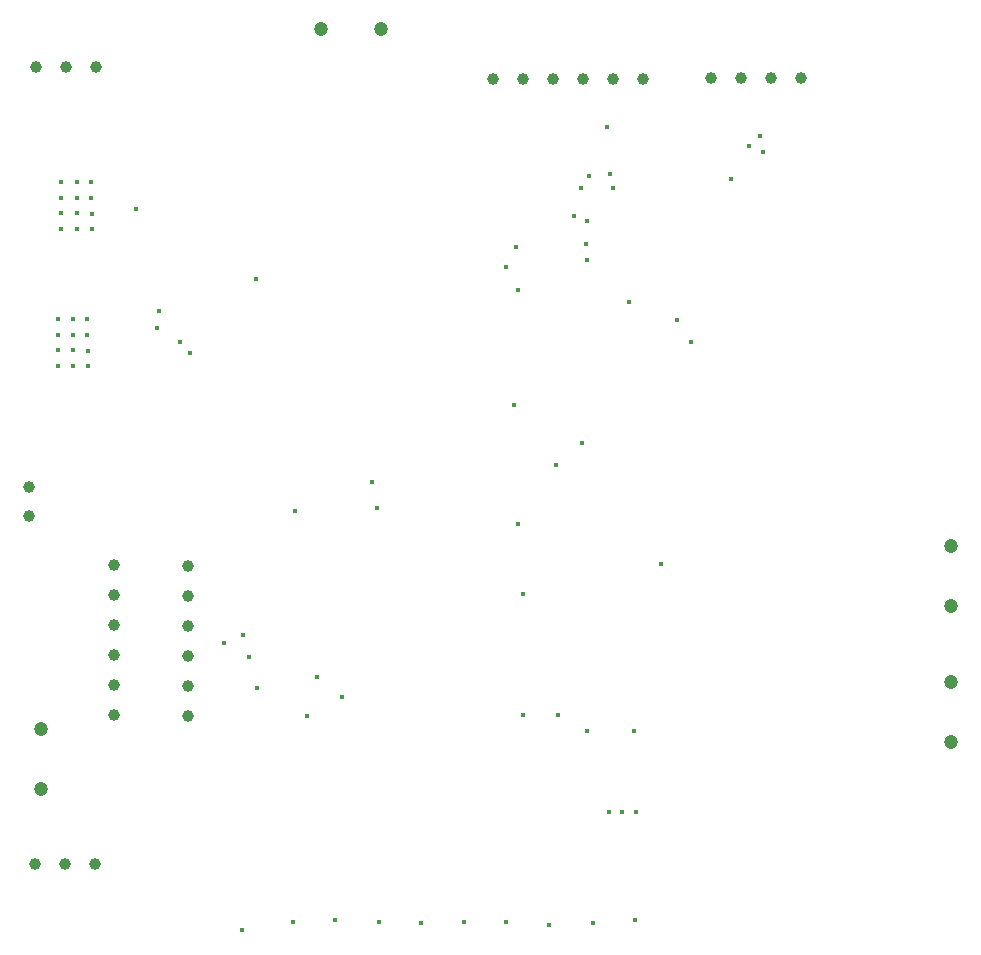
<source format=gbr>
%TF.GenerationSoftware,KiCad,Pcbnew,7.0.9*%
%TF.CreationDate,2024-06-22T09:01:42+05:30*%
%TF.ProjectId,BMS_LV_ADDON,424d535f-4c56-45f4-9144-444f4e2e6b69,rev?*%
%TF.SameCoordinates,Original*%
%TF.FileFunction,Plated,1,2,PTH,Drill*%
%TF.FilePolarity,Positive*%
%FSLAX46Y46*%
G04 Gerber Fmt 4.6, Leading zero omitted, Abs format (unit mm)*
G04 Created by KiCad (PCBNEW 7.0.9) date 2024-06-22 09:01:42*
%MOMM*%
%LPD*%
G01*
G04 APERTURE LIST*
%TA.AperFunction,ViaDrill*%
%ADD10C,0.400000*%
%TD*%
%TA.AperFunction,ComponentDrill*%
%ADD11C,1.000000*%
%TD*%
%TA.AperFunction,ComponentDrill*%
%ADD12C,1.200000*%
%TD*%
G04 APERTURE END LIST*
D10*
X5400000Y-30300000D03*
X5400000Y-31600000D03*
X5400000Y-32900000D03*
X5400000Y-34300000D03*
X5700000Y-18700000D03*
X5700000Y-20000000D03*
X5700000Y-21300000D03*
X5700000Y-22700000D03*
X6700000Y-30300000D03*
X6700000Y-31600000D03*
X6700000Y-32900000D03*
X6700000Y-34300000D03*
X7000000Y-18700000D03*
X7000000Y-20000000D03*
X7000000Y-21300000D03*
X7000000Y-22700000D03*
X7900000Y-30300000D03*
X7900000Y-31600000D03*
X8000000Y-33000000D03*
X8000000Y-34300000D03*
X8200000Y-18700000D03*
X8200000Y-20000000D03*
X8300000Y-21400000D03*
X8300000Y-22700000D03*
X12000000Y-21000000D03*
X13800000Y-31000000D03*
X14000000Y-29600000D03*
X15800000Y-32200000D03*
X16600000Y-33200000D03*
X19500000Y-57700000D03*
X21000000Y-82000000D03*
X21117500Y-57000000D03*
X21600000Y-58900000D03*
X22200000Y-26900000D03*
X22300000Y-61500000D03*
X25300000Y-81300000D03*
X25500000Y-46500000D03*
X26500000Y-63900000D03*
X27373240Y-60626760D03*
X28900000Y-81200000D03*
X29500000Y-62300000D03*
X31997500Y-44100000D03*
X32400000Y-46300000D03*
X32600000Y-81300000D03*
X36200000Y-81400000D03*
X39800000Y-81300000D03*
X43376095Y-25891257D03*
X43400000Y-81300000D03*
X44000000Y-37600000D03*
X44200000Y-24200000D03*
X44400000Y-27800000D03*
X44400000Y-47600000D03*
X44800000Y-53600000D03*
X44800000Y-63800000D03*
X47000000Y-81600000D03*
X47600000Y-42600000D03*
X47800000Y-63800000D03*
X49086289Y-21554516D03*
X49735310Y-19198496D03*
X49800000Y-40800000D03*
X50116990Y-23916990D03*
X50200000Y-22000000D03*
X50200000Y-65150500D03*
X50225500Y-25251160D03*
X50400000Y-18200000D03*
X50700000Y-81400000D03*
X51900000Y-14000000D03*
X52100000Y-72000000D03*
X52200000Y-18000000D03*
X52460209Y-19170939D03*
X53200000Y-72000000D03*
X53800000Y-28800000D03*
X54200000Y-65150500D03*
X54300000Y-81200000D03*
X54400000Y-72000000D03*
X56500000Y-51032500D03*
X57800000Y-30400000D03*
X59000000Y-32200000D03*
X62400000Y-18400000D03*
X63900000Y-15624500D03*
X64900000Y-14800000D03*
X65100000Y-16100000D03*
D11*
%TO.C,J7*%
X3000000Y-44500000D03*
X3000000Y-47000000D03*
%TO.C,J3*%
X3520000Y-76450000D03*
%TO.C,J4*%
X3535000Y-8938000D03*
%TO.C,J3*%
X6060000Y-76450000D03*
%TO.C,J4*%
X6075000Y-8938000D03*
%TO.C,J3*%
X8600000Y-76450000D03*
%TO.C,J4*%
X8615000Y-8938000D03*
%TO.C,J1*%
X10150000Y-51100000D03*
X10150000Y-53640000D03*
X10150000Y-56180000D03*
X10150000Y-58720000D03*
X10150000Y-61260000D03*
X10150000Y-63800000D03*
%TO.C,J2*%
X16400000Y-51230000D03*
X16400000Y-53770000D03*
X16400000Y-56310000D03*
X16400000Y-58850000D03*
X16400000Y-61390000D03*
X16400000Y-63930000D03*
%TO.C,J11*%
X42225000Y-10000000D03*
X44765000Y-10000000D03*
X47305000Y-10000000D03*
X49845000Y-10000000D03*
X52385000Y-10000000D03*
X54925000Y-10000000D03*
%TO.C,J10*%
X60720000Y-9900000D03*
X63260000Y-9900000D03*
X65800000Y-9900000D03*
X68340000Y-9900000D03*
D12*
%TO.C,J9*%
X4000000Y-65000000D03*
X4000000Y-70080000D03*
%TO.C,J8*%
X27742000Y-5740000D03*
X32822000Y-5740000D03*
%TO.C,J6*%
X81000000Y-49477500D03*
X81000000Y-54557500D03*
%TO.C,J5*%
X81000000Y-61000000D03*
X81000000Y-66080000D03*
M02*

</source>
